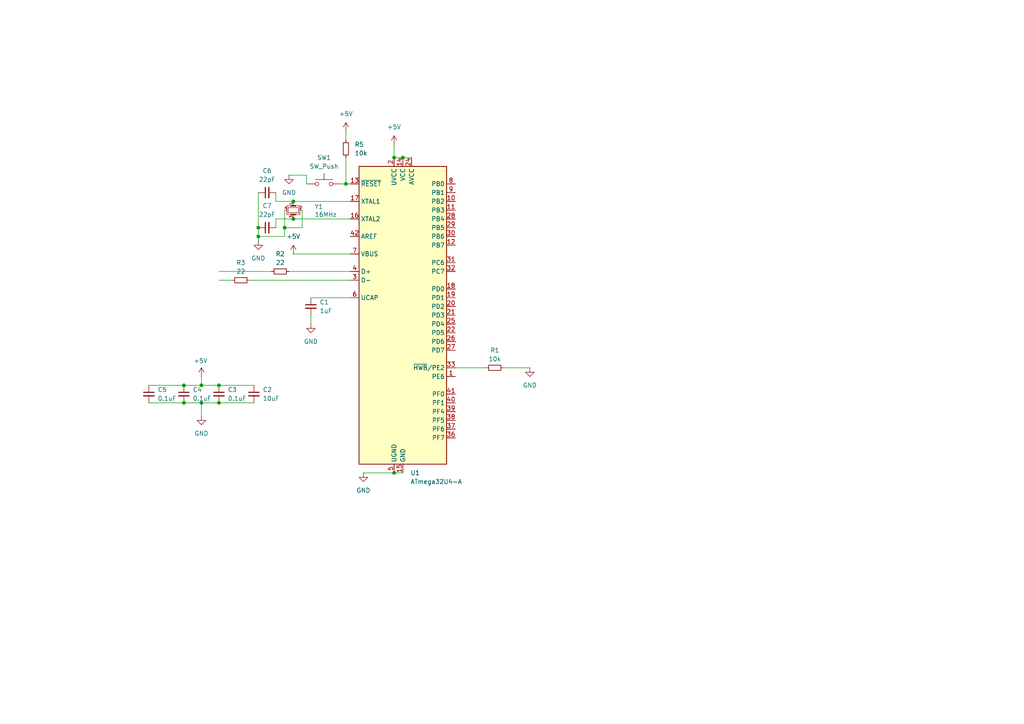
<source format=kicad_sch>
(kicad_sch (version 20231120) (generator "eeschema") (generator_version "8.0")
  (paper "A4")
  (lib_symbols
    (symbol "Device:C_Small" (pin_numbers hide) (pin_names (offset 0.254) hide)
      (property "Reference" "C" (at 0.254 1.778 0))
      (property "Value" "C_Small" (at 0.254 -2.032 0))
      (symbol "C_Small_0_1"
        (polyline (pts (xy -1.524 -0.508) (xy 1.524 -0.508)) (stroke (width 0.3302)))
        (polyline (pts (xy -1.524 0.508) (xy 1.524 0.508)) (stroke (width 0.3048)))
      )
      (symbol "C_Small_1_1"
        (pin passive line (at 0 2.54 270) (length 2.032) (name "~") (number "1"))
        (pin passive line (at 0 -2.54 90) (length 2.032) (name "~") (number "2"))
      )
    )
    (symbol "Device:Crystal_GND24_Small" (pin_names (offset 1.016) hide)
      (property "Reference" "Y" (at 1.27 4.445 0))
      (property "Value" "Crystal_GND24_Small" (at 1.27 2.54 0))
      (symbol "Crystal_GND24_Small_0_1"
        (rectangle (start -0.762 -1.524) (end 0.762 1.524))
        (polyline (pts (xy -1.27 -0.762) (xy -1.27 0.762)) (stroke (width 0.381)))
        (polyline (pts (xy 1.27 -0.762) (xy 1.27 0.762)) (stroke (width 0.381)))
        (polyline (pts (xy -1.27 -1.27) (xy -1.27 -1.905) (xy 1.27 -1.905) (xy 1.27 -1.27)))
        (polyline (pts (xy -1.27 1.27) (xy -1.27 1.905) (xy 1.27 1.905) (xy 1.27 1.27)))
      )
      (symbol "Crystal_GND24_Small_1_1"
        (pin passive line (at -2.54 0 0) (length 1.27) (name "1") (number "1"))
        (pin passive line (at 0 -2.54 90) (length 0.635) (name "2") (number "2"))
        (pin passive line (at 2.54 0 180) (length 1.27) (name "3") (number "3"))
        (pin passive line (at 0 2.54 270) (length 0.635) (name "4") (number "4"))
      )
    )
    (symbol "Device:R_Small" (pin_numbers hide) (pin_names (offset 0.254) hide)
      (property "Reference" "R" (at 0.762 0.508 0))
      (property "Value" "R_Small" (at 0.762 -1.016 0))
      (symbol "R_Small_0_1"
        (rectangle (start -0.762 1.778) (end 0.762 -1.778) (stroke (width 0.2032)))
      )
      (symbol "R_Small_1_1"
        (pin passive line (at 0 2.54 270) (length 0.762) (name "~") (number "1"))
        (pin passive line (at 0 -2.54 90) (length 0.762) (name "~") (number "2"))
      )
    )
    (symbol "MCU_Microchip_ATmega:ATmega32U4-A"
      (property "Reference" "U" (at -12.7 44.45 0))
      (property "Value" "ATmega32U4-A" (at 2.54 -44.45 0))
      (symbol "ATmega32U4-A_0_1"
        (rectangle (start -12.7 -43.18) (end 12.7 43.18) (stroke (width 0.254)) (fill (type background)))
      )
      (symbol "ATmega32U4-A_1_1"
        (pin bidirectional line (at 15.24 -17.78 180) (length 2.54) (name "PE6") (number "1"))
        (pin bidirectional line (at 15.24 33.02 180) (length 2.54) (name "PB2") (number "10"))
        (pin bidirectional line (at 15.24 30.48 180) (length 2.54) (name "PB3") (number "11"))
        (pin bidirectional line (at 15.24 20.32 180) (length 2.54) (name "PB7") (number "12"))
        (pin input line (at -15.24 38.1 0) (length 2.54) (name "~{RESET}") (number "13"))
        (pin power_in line (at 0 45.72 270) (length 2.54) (name "VCC") (number "14"))
        (pin power_in line (at 0 -45.72 90) (length 2.54) (name "GND") (number "15"))
        (pin output line (at -15.24 27.94 0) (length 2.54) (name "XTAL2") (number "16"))
        (pin input line (at -15.24 33.02 0) (length 2.54) (name "XTAL1") (number "17"))
        (pin bidirectional line (at 15.24 7.62 180) (length 2.54) (name "PD0") (number "18"))
        (pin bidirectional line (at 15.24 5.08 180) (length 2.54) (name "PD1") (number "19"))
        (pin power_in line (at -2.54 45.72 270) (length 2.54) (name "UVCC") (number "2"))
        (pin bidirectional line (at 15.24 2.54 180) (length 2.54) (name "PD2") (number "20"))
        (pin bidirectional line (at 15.24 0 180) (length 2.54) (name "PD3") (number "21"))
        (pin bidirectional line (at 15.24 -5.08 180) (length 2.54) (name "PD5") (number "22"))
        (pin passive line (at 0 -45.72 90) (length 2.54) hide (name "GND") (number "23"))
        (pin power_in line (at 2.54 45.72 270) (length 2.54) (name "AVCC") (number "24"))
        (pin bidirectional line (at 15.24 -2.54 180) (length 2.54) (name "PD4") (number "25"))
        (pin bidirectional line (at 15.24 -7.62 180) (length 2.54) (name "PD6") (number "26"))
        (pin bidirectional line (at 15.24 -10.16 180) (length 2.54) (name "PD7") (number "27"))
        (pin bidirectional line (at 15.24 27.94 180) (length 2.54) (name "PB4") (number "28"))
        (pin bidirectional line (at 15.24 25.4 180) (length 2.54) (name "PB5") (number "29"))
        (pin bidirectional line (at -15.24 10.16 0) (length 2.54) (name "D-") (number "3"))
        (pin bidirectional line (at 15.24 22.86 180) (length 2.54) (name "PB6") (number "30"))
        (pin bidirectional line (at 15.24 15.24 180) (length 2.54) (name "PC6") (number "31"))
        (pin bidirectional line (at 15.24 12.7 180) (length 2.54) (name "PC7") (number "32"))
        (pin bidirectional line (at 15.24 -15.24 180) (length 2.54) (name "~{HWB}/PE2") (number "33"))
        (pin passive line (at 0 45.72 270) (length 2.54) hide (name "VCC") (number "34"))
        (pin passive line (at 0 -45.72 90) (length 2.54) hide (name "GND") (number "35"))
        (pin bidirectional line (at 15.24 -35.56 180) (length 2.54) (name "PF7") (number "36"))
        (pin bidirectional line (at 15.24 -33.02 180) (length 2.54) (name "PF6") (number "37"))
        (pin bidirectional line (at 15.24 -30.48 180) (length 2.54) (name "PF5") (number "38"))
        (pin bidirectional line (at 15.24 -27.94 180) (length 2.54) (name "PF4") (number "39"))
        (pin bidirectional line (at -15.24 12.7 0) (length 2.54) (name "D+") (number "4"))
        (pin bidirectional line (at 15.24 -25.4 180) (length 2.54) (name "PF1") (number "40"))
        (pin bidirectional line (at 15.24 -22.86 180) (length 2.54) (name "PF0") (number "41"))
        (pin passive line (at -15.24 22.86 0) (length 2.54) (name "AREF") (number "42"))
        (pin passive line (at 0 -45.72 90) (length 2.54) hide (name "GND") (number "43"))
        (pin passive line (at 2.54 45.72 270) (length 2.54) hide (name "AVCC") (number "44"))
        (pin passive line (at -2.54 -45.72 90) (length 2.54) (name "UGND") (number "5"))
        (pin passive line (at -15.24 5.08 0) (length 2.54) (name "UCAP") (number "6"))
        (pin input line (at -15.24 17.78 0) (length 2.54) (name "VBUS") (number "7"))
        (pin bidirectional line (at 15.24 38.1 180) (length 2.54) (name "PB0") (number "8"))
        (pin bidirectional line (at 15.24 35.56 180) (length 2.54) (name "PB1") (number "9"))
      )
    )
    (symbol "Switch:SW_Push" (pin_numbers hide) (pin_names (offset 1.016) hide)
      (property "Reference" "SW" (at 1.27 2.54 0))
      (property "Value" "SW_Push" (at 0 -1.524 0))
      (symbol "SW_Push_0_1"
        (circle (center -2.032 0) (radius 0.508))
        (polyline (pts (xy 0 1.27) (xy 0 3.048)))
        (polyline (pts (xy 2.54 1.27) (xy -2.54 1.27)))
        (circle (center 2.032 0) (radius 0.508))
        (pin passive line (at -5.08 0 0) (length 2.54) (name "1") (number "1"))
        (pin passive line (at 5.08 0 180) (length 2.54) (name "2") (number "2"))
      )
    )
    (symbol "power:+5V" (power) (pin_numbers hide) (pin_names (offset 0) hide)
      (property "Value" "+5V" (at 0 3.556 0))
      (symbol "+5V_0_1"
        (polyline (pts (xy -0.762 1.27) (xy 0 2.54)))
        (polyline (pts (xy 0 0) (xy 0 2.54)))
        (polyline (pts (xy 0 2.54) (xy 0.762 1.27)))
      )
      (symbol "+5V_1_1"
        (pin power_in line (at 0 0 90) (length 0) (name "~") (number "1"))
      )
    )
    (symbol "power:GND" (power) (pin_numbers hide) (pin_names (offset 0) hide)
      (property "Value" "GND" (at 0 -3.81 0))
      (symbol "GND_0_1"
        (polyline (pts (xy 0 0) (xy 0 -1.27) (xy 1.27 -1.27) (xy 0 -2.54) (xy -1.27 -1.27) (xy 0 -1.27)))
      )
      (symbol "GND_1_1"
        (pin power_in line (at 0 0 270) (length 0) (name "~") (number "1"))
      )
    )
  )
  (junction (at 63.5 116.84))
  (junction (at 63.5 111.76))
  (junction (at 116.84 45.72))
  (junction (at 74.93 68.58))
  (junction (at 53.34 111.76))
  (junction (at 58.42 116.84))
  (junction (at 100.33 53.34))
  (junction (at 114.3 137.16))
  (junction (at 85.09 58.42))
  (junction (at 82.55 66.04))
  (junction (at 114.3 45.72))
  (junction (at 74.93 66.04))
  (junction (at 53.34 116.84))
  (junction (at 58.42 111.76))
  (junction (at 85.09 63.5))
  (wire (pts (xy 53.34 116.84) (xy 58.42 116.84)))
  (wire (pts (xy 72.39 81.28) (xy 101.6 81.28)))
  (wire (pts (xy 114.3 45.72) (xy 116.84 45.72)))
  (wire (pts (xy 132.08 106.68) (xy 140.97 106.68)))
  (wire (pts (xy 63.5 81.28) (xy 67.31 81.28)))
  (wire (pts (xy 85.09 73.66) (xy 101.6 73.66)))
  (wire (pts (xy 43.18 116.84) (xy 53.34 116.84)))
  (wire (pts (xy 83.82 78.74) (xy 101.6 78.74)))
  (wire (pts (xy 114.3 137.16) (xy 116.84 137.16)))
  (wire (pts (xy 100.33 38.1) (xy 100.33 40.64)))
  (wire (pts (xy 58.42 111.76) (xy 63.5 111.76)))
  (wire (pts (xy 82.55 66.04) (xy 87.63 66.04)))
  (wire (pts (xy 105.41 137.16) (xy 114.3 137.16)))
  (wire (pts (xy 85.09 58.42) (xy 101.6 58.42)))
  (wire (pts (xy 63.5 116.84) (xy 73.66 116.84)))
  (wire (pts (xy 58.42 116.84) (xy 58.42 120.65)))
  (wire (pts (xy 74.93 68.58) (xy 74.93 69.85)))
  (wire (pts (xy 74.93 66.04) (xy 74.93 68.58)))
  (wire (pts (xy 116.84 45.72) (xy 119.38 45.72)))
  (wire (pts (xy 90.17 91.44) (xy 90.17 93.98)))
  (wire (pts (xy 82.55 66.04) (xy 82.55 68.58)))
  (wire (pts (xy 74.93 68.58) (xy 82.55 68.58)))
  (wire (pts (xy 90.17 86.36) (xy 101.6 86.36)))
  (wire (pts (xy 43.18 111.76) (xy 53.34 111.76)))
  (wire (pts (xy 114.3 41.91) (xy 114.3 45.72)))
  (wire (pts (xy 80.01 55.88) (xy 80.01 58.42)))
  (wire (pts (xy 83.82 50.8) (xy 88.9 50.8)))
  (wire (pts (xy 85.09 63.5) (xy 80.01 63.5)))
  (wire (pts (xy 80.01 63.5) (xy 80.01 66.04)))
  (wire (pts (xy 87.63 66.04) (xy 87.63 60.96)))
  (wire (pts (xy 80.01 58.42) (xy 85.09 58.42)))
  (wire (pts (xy 85.09 63.5) (xy 101.6 63.5)))
  (wire (pts (xy 100.33 45.72) (xy 100.33 53.34)))
  (wire (pts (xy 88.9 50.8) (xy 88.9 53.34)))
  (wire (pts (xy 99.06 53.34) (xy 100.33 53.34)))
  (wire (pts (xy 63.5 78.74) (xy 78.74 78.74)))
  (wire (pts (xy 146.05 106.68) (xy 153.67 106.68)))
  (wire (pts (xy 58.42 109.22) (xy 58.42 111.76)))
  (wire (pts (xy 58.42 116.84) (xy 63.5 116.84)))
  (wire (pts (xy 53.34 111.76) (xy 58.42 111.76)))
  (wire (pts (xy 63.5 111.76) (xy 73.66 111.76)))
  (wire (pts (xy 82.55 60.96) (xy 82.55 66.04)))
  (wire (pts (xy 100.33 53.34) (xy 101.6 53.34)))
  (wire (pts (xy 74.93 55.88) (xy 74.93 66.04)))
  (symbol (lib_id "power:+5V") (at 100.33 38.1 0) (unit 1)
    (property "Reference" "#PWR010" (effects (hide yes)))
    (property "Value" "+5V" (at 100.33 33.02 0))
    (property "Description" "Power symbol creates a global label with name \"+5V\"" (effects (hide yes)))
  )
  (symbol (lib_id "power:GND") (at 58.42 120.65 0) (unit 1)
    (property "Reference" "#PWR06" (effects (hide yes)))
    (property "Value" "GND" (at 58.42 125.73 0))
    (property "Description" "Power symbol creates a global label with name \"GND\" , ground" (effects (hide yes)))
  )
  (symbol (lib_id "Device:C_Small") (at 77.47 55.88 90) (unit 1)
    (property "Reference" "C6" (at 77.4763 49.53 90))
    (property "Value" "22pF" (at 77.4763 52.07 90))
    (property "Description" "Unpolarized capacitor, small symbol" (effects (hide yes)))
  )
  (symbol (lib_id "power:+5V") (at 114.3 41.91 0) (unit 1)
    (property "Reference" "#PWR01" (effects (hide yes)))
    (property "Value" "+5V" (at 114.3 36.83 0))
    (property "Description" "Power symbol creates a global label with name \"+5V\"" (effects (hide yes)))
  )
  (symbol (lib_id "Device:R_Small") (at 69.85 81.28 90) (unit 1)
    (property "Reference" "R3" (at 69.85 76.2 90))
    (property "Value" "22" (at 69.85 78.74 90))
    (property "Description" "Resistor, small symbol" (effects (hide yes)))
  )
  (symbol (lib_id "power:GND") (at 105.41 137.16 0) (unit 1)
    (property "Reference" "#PWR02" (effects (hide yes)))
    (property "Value" "GND" (at 105.41 142.24 0))
    (property "Description" "Power symbol creates a global label with name \"GND\" , ground" (effects (hide yes)))
  )
  (symbol (lib_id "Device:C_Small") (at 77.47 66.04 90) (unit 1)
    (property "Reference" "C7" (at 77.4763 59.69 90))
    (property "Value" "22pF" (at 77.4763 62.23 90))
    (property "Description" "Unpolarized capacitor, small symbol" (effects (hide yes)))
  )
  (symbol (lib_id "power:GND") (at 90.17 93.98 0) (unit 1)
    (property "Reference" "#PWR04" (effects (hide yes)))
    (property "Value" "GND" (at 90.17 99.06 0))
    (property "Description" "Power symbol creates a global label with name \"GND\" , ground" (effects (hide yes)))
  )
  (symbol (lib_id "power:+5V") (at 85.09 73.66 0) (unit 1)
    (property "Reference" "#PWR07" (effects (hide yes)))
    (property "Value" "+5V" (at 85.09 68.58 0))
    (property "Description" "Power symbol creates a global label with name \"+5V\"" (effects (hide yes)))
  )
  (symbol (lib_id "power:+5V") (at 58.42 109.22 0) (unit 1)
    (property "Reference" "#PWR05" (effects (hide yes)))
    (property "Value" "+5V" (at 58.166 104.648 0))
    (property "Description" "Power symbol creates a global label with name \"+5V\"" (effects (hide yes)))
  )
  (symbol (lib_id "Device:C_Small") (at 53.34 114.3 0) (unit 1)
    (property "Reference" "C4" (at 55.88 113.0362 0) (effects (justify left)))
    (property "Value" "0.1uF" (at 55.88 115.5762 0) (effects (justify left)))
    (property "Description" "Unpolarized capacitor, small symbol" (effects (hide yes)))
  )
  (symbol (lib_id "Device:R_Small") (at 143.51 106.68 90) (unit 1)
    (property "Reference" "R1" (at 143.51 101.6 90))
    (property "Value" "10k" (at 143.51 104.14 90))
    (property "Description" "Resistor, small symbol" (effects (hide yes)))
  )
  (symbol (lib_id "power:GND") (at 74.93 69.85 0) (unit 1)
    (property "Reference" "#PWR08" (effects (hide yes)))
    (property "Value" "GND" (at 74.93 74.93 0))
    (property "Description" "Power symbol creates a global label with name \"GND\" , ground" (effects (hide yes)))
  )
  (symbol (lib_id "Device:R_Small") (at 81.28 78.74 90) (unit 1)
    (property "Reference" "R2" (at 81.28 73.66 90))
    (property "Value" "22" (at 81.28 76.2 90))
    (property "Description" "Resistor, small symbol" (effects (hide yes)))
  )
  (symbol (lib_id "power:GND") (at 153.67 106.68 0) (unit 1)
    (property "Reference" "#PWR03" (effects (hide yes)))
    (property "Value" "GND" (at 153.67 111.76 0))
    (property "Description" "Power symbol creates a global label with name \"GND\" , ground" (effects (hide yes)))
  )
  (symbol (lib_id "Device:Crystal_GND24_Small") (at 85.09 60.96 90) (mirror x) (unit 1)
    (property "Reference" "Y1" (at 92.456 59.944 90))
    (property "Value" "16MHz" (at 94.488 62.23 90))
    (property "Description" "Four pin crystal, GND on pins 2 and 4, small symbol" (effects (hide yes)))
  )
  (symbol (lib_id "Device:C_Small") (at 43.18 114.3 0) (unit 1)
    (property "Reference" "C5" (at 45.72 113.0362 0) (effects (justify left)))
    (property "Value" "0.1uF" (at 45.72 115.5762 0) (effects (justify left)))
    (property "Description" "Unpolarized capacitor, small symbol" (effects (hide yes)))
  )
  (symbol (lib_id "Device:C_Small") (at 90.17 88.9 0) (unit 1)
    (property "Reference" "C1" (at 92.71 87.6362 0) (effects (justify left)))
    (property "Value" "1uF" (at 92.71 90.1762 0) (effects (justify left)))
    (property "Description" "Unpolarized capacitor, small symbol" (effects (hide yes)))
  )
  (symbol (lib_id "Switch:SW_Push") (at 93.98 53.34 0) (unit 1)
    (property "Reference" "SW1" (at 93.98 45.72 0))
    (property "Value" "SW_Push" (at 93.98 48.26 0))
    (property "Description" "Push button switch, generic, two pins" (effects (hide yes)))
  )
  (symbol (lib_id "Device:R_Small") (at 100.33 43.18 0) (unit 1)
    (property "Reference" "R5" (at 102.87 41.9099 0) (effects (justify left)))
    (property "Value" "10k" (at 102.87 44.4499 0) (effects (justify left)))
    (property "Description" "Resistor, small symbol" (effects (hide yes)))
  )
  (symbol (lib_id "power:GND") (at 83.82 50.8 0) (unit 1)
    (property "Reference" "#PWR09" (effects (hide yes)))
    (property "Value" "GND" (at 83.82 55.88 0))
    (property "Description" "Power symbol creates a global label with name \"GND\" , ground" (effects (hide yes)))
  )
  (symbol (lib_id "Device:C_Small") (at 73.66 114.3 0) (unit 1)
    (property "Reference" "C2" (at 76.2 113.0362 0) (effects (justify left)))
    (property "Value" "10uF" (at 76.2 115.5762 0) (effects (justify left)))
    (property "Description" "Unpolarized capacitor, small symbol" (effects (hide yes)))
  )
  (symbol (lib_id "MCU_Microchip_ATmega:ATmega32U4-A") (at 116.84 91.44 0) (unit 1)
    (property "Reference" "U1" (at 119.0341 137.16 0) (effects (justify left)))
    (property "Value" "ATmega32U4-A" (at 119.0341 139.7 0) (effects (justify left)))
    (property "Footprint" "Package_QFP:TQFP-44_10x10mm_P0.8mm" (effects (hide yes)))
    (property "Datasheet" "http://ww1.microchip.com/downloads/en/DeviceDoc/Atmel-7766-8-bit-AVR-ATmega16U4-32U4_Datasheet.pdf" (effects (hide yes)))
    (property "Description" "16MHz, 32kB Flash, 2.5kB SRAM, 1kB EEPROM, USB 2.0, TQFP-44" (effects (hide yes)))
  )
  (symbol (lib_id "Device:C_Small") (at 63.5 114.3 0) (unit 1)
    (property "Reference" "C3" (at 66.04 113.0362 0) (effects (justify left)))
    (property "Value" "0.1uF" (at 66.04 115.5762 0) (effects (justify left)))
    (property "Description" "Unpolarized capacitor, small symbol" (effects (hide yes)))
  )
)
</source>
